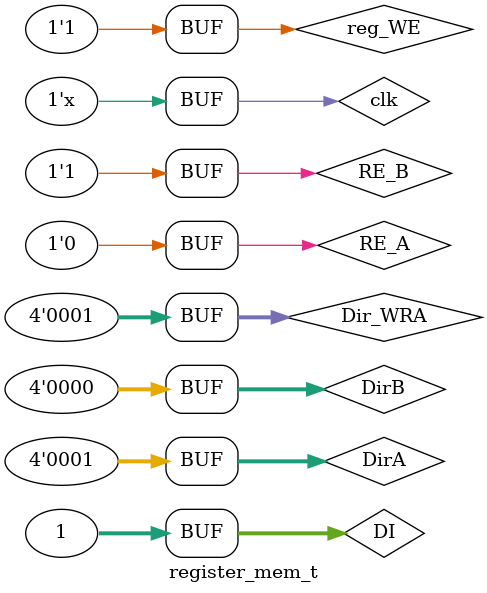
<source format=v>
`timescale 1ns / 1ps


module register_mem_t;

	// Inputs
	reg [3:0] DirA;
	reg [3:0] DirB;
	reg [3:0] Dir_WRA;
	reg [31:0] DI;
	reg RE_A;
	reg RE_B;
	reg reg_WE;
	reg clk;

	// Outputs
	wire [31:0] DataA;
	wire [31:0] DataB;
	wire [31:0] Reg_0;
	wire [31:0] Reg_1;
	wire [31:0] Reg_2;

	// Instantiate the Unit Under Test (UUT)
	Register_Mem uut (
		.DirA(DirA), 
		.DirB(DirB), 
		.Dir_WRA(Dir_WRA), 
		.DI(DI), 
		.RE_A(RE_A), 
		.RE_B(RE_B), 
		.reg_WE(reg_WE), 
		.clk(clk), 
		.DataA(DataA), 
		.DataB(DataB), 
		.Reg_0(Reg_0), 
		.Reg_1(Reg_1), 
		.Reg_2(Reg_2)
	);

	always#1clk=~clk;
	
	initial begin
		// Initialize Inputs
		DirA = 0;
		DirB = 0;
		Dir_WRA = 0;
		DI = 0;
		RE_A = 1;
		RE_B = 1;
		reg_WE = 1;
		clk = 0;

		// Wait 100 ns for global reset to finish
		#100;
        
		reg_WE=1'd0;
		Dir_WRA=4'd1;
		DI=32'd1;
		#2;
		reg_WE=1'd1;
		#3;
		
		RE_A=1'd0;
		DirA=4'd1;
		// Add stimulus here

	end
      
endmodule


</source>
